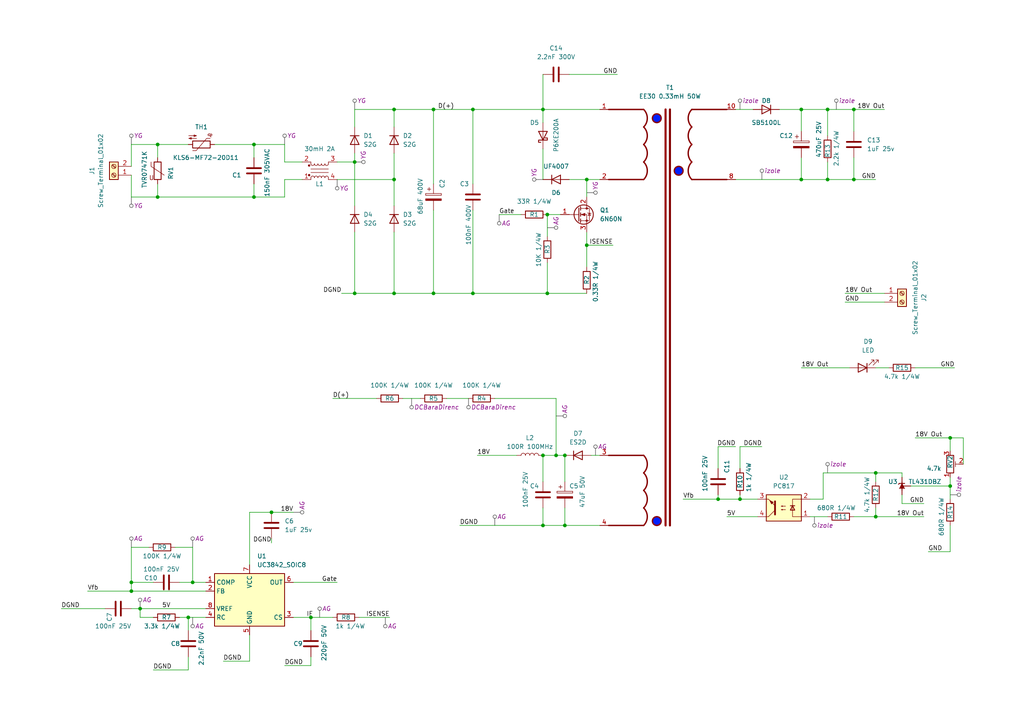
<source format=kicad_sch>
(kicad_sch (version 20230121) (generator eeschema)
  (paper "A4")
  (lib_symbols
    (symbol "Connector:Screw_Terminal_01x02" (pin_names (offset 1.016) hide)
      (property "Reference" "J" (at 0 2.54 0))
      (property "Value" "Screw_Terminal_01x02" (at 0 -5.08 0))
      (symbol "Screw_Terminal_01x02_1_1"
        (rectangle (start -1.27 1.27) (end 1.27 -3.81) (stroke (width 0.254)) (fill (type background)))
        (circle (center 0 -2.54) (radius 0.635) (stroke (width 0.1524)))
        (polyline (pts (xy -0.5334 -2.2098) (xy 0.3302 -3.048)) (stroke (width 0.1524)))
        (polyline (pts (xy -0.5334 0.3302) (xy 0.3302 -0.508)) (stroke (width 0.1524)))
        (polyline (pts (xy -0.3556 -2.032) (xy 0.508 -2.8702)) (stroke (width 0.1524)))
        (polyline (pts (xy -0.3556 0.508) (xy 0.508 -0.3302)) (stroke (width 0.1524)))
        (circle (center 0 0) (radius 0.635) (stroke (width 0.1524)))
        (pin passive line (at -5.08 0 0) (length 3.81) (name "Pin_1") (number "1"))
        (pin passive line (at -5.08 -2.54 0) (length 3.81) (name "Pin_2") (number "2"))
      )
    )
    (symbol "Device:C" (pin_numbers hide) (pin_names (offset 0.254))
      (property "Reference" "C" (at 0.635 2.54 0))
      (property "Value" "C" (at 0.635 -2.54 0))
      (symbol "C_0_1"
        (polyline (pts (xy -2.032 -0.762) (xy 2.032 -0.762)) (stroke (width 0.508)))
        (polyline (pts (xy -2.032 0.762) (xy 2.032 0.762)) (stroke (width 0.508)))
      )
      (symbol "C_1_1"
        (pin passive line (at 0 3.81 270) (length 2.794) (name "~") (number "1"))
        (pin passive line (at 0 -3.81 90) (length 2.794) (name "~") (number "2"))
      )
    )
    (symbol "Device:C_Polarized" (pin_numbers hide) (pin_names (offset 0.254))
      (property "Reference" "C" (at 0.635 2.54 0))
      (property "Value" "C_Polarized" (at 0.635 -2.54 0))
      (symbol "C_Polarized_0_1"
        (rectangle (start -2.286 0.508) (end 2.286 1.016))
        (polyline (pts (xy -1.778 2.286) (xy -0.762 2.286)))
        (polyline (pts (xy -1.27 2.794) (xy -1.27 1.778)))
        (rectangle (start 2.286 -0.508) (end -2.286 -1.016) (fill (type outline)))
      )
      (symbol "C_Polarized_1_1"
        (pin passive line (at 0 3.81 270) (length 2.794) (name "~") (number "1"))
        (pin passive line (at 0 -3.81 90) (length 2.794) (name "~") (number "2"))
      )
    )
    (symbol "Device:D" (pin_numbers hide) (pin_names (offset 1.016) hide)
      (property "Reference" "D" (at 0 2.54 0))
      (property "Value" "D" (at 0 -2.54 0))
      (symbol "D_0_1"
        (polyline (pts (xy -1.27 1.27) (xy -1.27 -1.27)) (stroke (width 0.254)))
        (polyline (pts (xy 1.27 0) (xy -1.27 0)))
        (polyline (pts (xy 1.27 1.27) (xy 1.27 -1.27) (xy -1.27 0) (xy 1.27 1.27)) (stroke (width 0.254)))
      )
      (symbol "D_1_1"
        (pin passive line (at -3.81 0 0) (length 2.54) (name "K") (number "1"))
        (pin passive line (at 3.81 0 180) (length 2.54) (name "A") (number "2"))
      )
    )
    (symbol "Device:D_Schottky" (pin_numbers hide) (pin_names (offset 1.016) hide)
      (property "Reference" "D" (at 0 2.54 0))
      (property "Value" "D_Schottky" (at 0 -2.54 0))
      (symbol "D_Schottky_0_1"
        (polyline (pts (xy 1.27 0) (xy -1.27 0)))
        (polyline (pts (xy 1.27 1.27) (xy 1.27 -1.27) (xy -1.27 0) (xy 1.27 1.27)) (stroke (width 0.254)))
        (polyline (pts (xy -1.905 0.635) (xy -1.905 1.27) (xy -1.27 1.27) (xy -1.27 -1.27) (xy -0.635 -1.27) (xy -0.635 -0.635)) (stroke (width 0.254)))
      )
      (symbol "D_Schottky_1_1"
        (pin passive line (at -3.81 0 0) (length 2.54) (name "K") (number "1"))
        (pin passive line (at 3.81 0 180) (length 2.54) (name "A") (number "2"))
      )
    )
    (symbol "Device:L" (pin_numbers hide) (pin_names (offset 1.016) hide)
      (property "Reference" "L" (at -1.27 0 90))
      (property "Value" "L" (at 1.905 0 90))
      (symbol "L_0_1"
        (arc (start 0 -2.54) (mid 0.6323 -1.905) (end 0 -1.27))
        (arc (start 0 -1.27) (mid 0.6323 -0.635) (end 0 0))
        (arc (start 0 0) (mid 0.6323 0.635) (end 0 1.27))
        (arc (start 0 1.27) (mid 0.6323 1.905) (end 0 2.54))
      )
      (symbol "L_1_1"
        (pin passive line (at 0 3.81 270) (length 1.27) (name "1") (number "1"))
        (pin passive line (at 0 -3.81 90) (length 1.27) (name "2") (number "2"))
      )
    )
    (symbol "Device:LED" (pin_numbers hide) (pin_names (offset 1.016) hide)
      (property "Reference" "D" (at 0 2.54 0))
      (property "Value" "LED" (at 0 -2.54 0))
      (symbol "LED_0_1"
        (polyline (pts (xy -1.27 -1.27) (xy -1.27 1.27)) (stroke (width 0.254)))
        (polyline (pts (xy -1.27 0) (xy 1.27 0)))
        (polyline (pts (xy 1.27 -1.27) (xy 1.27 1.27) (xy -1.27 0) (xy 1.27 -1.27)) (stroke (width 0.254)))
        (polyline (pts (xy -3.048 -0.762) (xy -4.572 -2.286) (xy -3.81 -2.286) (xy -4.572 -2.286) (xy -4.572 -1.524)))
        (polyline (pts (xy -1.778 -0.762) (xy -3.302 -2.286) (xy -2.54 -2.286) (xy -3.302 -2.286) (xy -3.302 -1.524)))
      )
      (symbol "LED_1_1"
        (pin passive line (at -3.81 0 0) (length 2.54) (name "K") (number "1"))
        (pin passive line (at 3.81 0 180) (length 2.54) (name "A") (number "2"))
      )
    )
    (symbol "Device:L_Iron_Coupled" (pin_names (offset 0.254) hide)
      (property "Reference" "L1" (at 0 -3.81 0))
      (property "Value" "28mH 2A" (at 0 6.35 0))
      (symbol "L_Iron_Coupled_0_1"
        (circle (center -3.048 -1.27) (radius 0.254) (fill (type outline)))
        (circle (center -3.048 1.524) (radius 0.254) (fill (type outline)))
        (arc (start -2.54 2.032) (mid -2.032 1.5262) (end -1.524 2.032))
        (arc (start -1.524 -2.032) (mid -2.032 -1.5262) (end -2.54 -2.032))
        (arc (start -1.524 2.032) (mid -1.016 1.5262) (end -0.508 2.032))
        (arc (start -0.508 -2.032) (mid -1.016 -1.5262) (end -1.524 -2.032))
        (arc (start -0.508 2.032) (mid 0 1.5262) (end 0.508 2.032))
        (polyline (pts (xy -2.54 -2.032) (xy -2.54 -2.54)))
        (polyline (pts (xy -2.54 0.508) (xy 2.54 0.508)))
        (polyline (pts (xy -2.54 2.032) (xy -2.54 2.54)))
        (polyline (pts (xy 2.54 -2.032) (xy 2.54 -2.54)))
        (polyline (pts (xy 2.54 -0.508) (xy -2.54 -0.508)))
        (polyline (pts (xy 2.54 2.54) (xy 2.54 2.032)))
        (arc (start 0.508 -2.032) (mid 0 -1.5262) (end -0.508 -2.032))
        (arc (start 0.508 2.032) (mid 1.016 1.5262) (end 1.524 2.032))
        (arc (start 1.524 -2.032) (mid 1.016 -1.5262) (end 0.508 -2.032))
        (arc (start 1.524 2.032) (mid 2.032 1.5262) (end 2.54 2.032))
        (arc (start 2.54 -2.032) (mid 2.032 -1.5262) (end 1.524 -2.032))
      )
      (symbol "L_Iron_Coupled_1_1"
        (pin passive line (at -5.08 -2.54 0) (length 2.54) (name "1") (number "1"))
        (pin passive line (at -5.08 2.54 0) (length 2.54) (name "2") (number "2"))
        (pin passive line (at 5.08 2.54 180) (length 2.54) (name "3") (number "3"))
        (pin passive line (at 5.08 -2.54 180) (length 2.54) (name "4") (number "4"))
      )
    )
    (symbol "Device:R" (pin_numbers hide) (pin_names (offset 0))
      (property "Reference" "R" (at 2.032 0 90))
      (property "Value" "R" (at 0 0 90))
      (symbol "R_0_1"
        (rectangle (start -1.016 -2.54) (end 1.016 2.54) (stroke (width 0.254)))
      )
      (symbol "R_1_1"
        (pin passive line (at 0 3.81 270) (length 1.27) (name "~") (number "1"))
        (pin passive line (at 0 -3.81 90) (length 1.27) (name "~") (number "2"))
      )
    )
    (symbol "Device:R_Potentiometer_Trim" (pin_names (offset 1.016) hide)
      (property "Reference" "RV" (at -4.445 0 90))
      (property "Value" "R_Potentiometer_Trim" (at -2.54 0 90))
      (symbol "R_Potentiometer_Trim_0_1"
        (polyline (pts (xy 1.524 0.762) (xy 1.524 -0.762)))
        (polyline (pts (xy 2.54 0) (xy 1.524 0)))
        (rectangle (start 1.016 2.54) (end -1.016 -2.54) (stroke (width 0.254)))
      )
      (symbol "R_Potentiometer_Trim_1_1"
        (pin passive line (at 0 3.81 270) (length 1.27) (name "1") (number "1"))
        (pin passive line (at 3.81 0 180) (length 1.27) (name "2") (number "2"))
        (pin passive line (at 0 -3.81 90) (length 1.27) (name "3") (number "3"))
      )
    )
    (symbol "Device:Thermistor_NTC" (pin_numbers hide) (pin_names (offset 0))
      (property "Reference" "TH" (at -4.445 0 90))
      (property "Value" "Thermistor_NTC" (at 3.175 0 90))
      (symbol "Thermistor_NTC_0_1"
        (arc (start -3.048 2.159) (mid -3.0495 2.3143) (end -3.175 2.413))
        (arc (start -3.048 2.159) (mid -2.9736 1.9794) (end -2.794 1.905))
        (arc (start -3.048 2.794) (mid -2.9736 2.6144) (end -2.794 2.54))
        (arc (start -2.794 1.905) (mid -2.6144 1.9794) (end -2.54 2.159))
        (arc (start -2.794 2.54) (mid -2.4393 2.5587) (end -2.159 2.794))
        (arc (start -2.794 3.048) (mid -2.9736 2.9736) (end -3.048 2.794))
        (arc (start -2.54 2.794) (mid -2.6144 2.9736) (end -2.794 3.048))
        (rectangle (start -1.016 2.54) (end 1.016 -2.54) (stroke (width 0.254)))
        (polyline (pts (xy -2.54 2.159) (xy -2.54 2.794)))
        (polyline (pts (xy -1.778 2.54) (xy -1.778 1.524) (xy 1.778 -1.524) (xy 1.778 -2.54)))
        (polyline (pts (xy -2.54 -3.683) (xy -2.54 -1.397) (xy -2.794 -2.159) (xy -2.286 -2.159) (xy -2.54 -1.397) (xy -2.54 -1.651)) (fill (type outline)))
        (polyline (pts (xy -1.778 -1.397) (xy -1.778 -3.683) (xy -2.032 -2.921) (xy -1.524 -2.921) (xy -1.778 -3.683) (xy -1.778 -3.429)) (fill (type outline)))
      )
      (symbol "Thermistor_NTC_1_1"
        (pin passive line (at 0 3.81 270) (length 1.27) (name "~") (number "1"))
        (pin passive line (at 0 -3.81 90) (length 1.27) (name "~") (number "2"))
      )
    )
    (symbol "Device:Varistor" (pin_numbers hide) (pin_names (offset 0))
      (property "Reference" "RV" (at 3.175 0 90))
      (property "Value" "Varistor" (at -3.175 0 90))
      (symbol "Varistor_0_0"
        (text "U" (at -1.778 -2.032 0) (effects (font (size 1.27 1.27))))
      )
      (symbol "Varistor_0_1"
        (rectangle (start -1.016 -2.54) (end 1.016 2.54) (stroke (width 0.254)))
        (polyline (pts (xy -1.905 2.54) (xy -1.905 1.27) (xy 1.905 -1.27)))
      )
      (symbol "Varistor_1_1"
        (pin passive line (at 0 3.81 270) (length 1.27) (name "~") (number "1"))
        (pin passive line (at 0 -3.81 90) (length 1.27) (name "~") (number "2"))
      )
    )
    (symbol "Diode:US2MA" (pin_numbers hide) (pin_names hide)
      (property "Reference" "D" (at 0 2.54 0))
      (property "Value" "US2MA" (at 0 -2.54 0))
      (symbol "US2MA_0_1"
        (polyline (pts (xy -1.27 1.27) (xy -1.27 -1.27)) (stroke (width 0.254)))
        (polyline (pts (xy 1.27 0) (xy -1.27 0)))
        (polyline (pts (xy 1.27 1.27) (xy 1.27 -1.27) (xy -1.27 0) (xy 1.27 1.27)) (stroke (width 0.254)))
      )
      (symbol "US2MA_1_1"
        (pin passive line (at -3.81 0 0) (length 2.54) (name "K") (number "1"))
        (pin passive line (at 3.81 0 180) (length 2.54) (name "A") (number "2"))
      )
    )
    (symbol "Isolator:PC817" (pin_names (offset 1.016))
      (property "Reference" "U" (at -5.08 5.08 0))
      (property "Value" "PC817" (at 0 5.08 0))
      (symbol "PC817_0_1"
        (rectangle (start -5.08 3.81) (end 5.08 -3.81) (stroke (width 0.254)) (fill (type background)))
        (polyline (pts (xy -3.175 -0.635) (xy -1.905 -0.635)) (stroke (width 0.254)))
        (polyline (pts (xy 2.54 0.635) (xy 4.445 2.54)))
        (polyline (pts (xy 4.445 -2.54) (xy 2.54 -0.635)) (fill (type outline)))
        (polyline (pts (xy 4.445 -2.54) (xy 5.08 -2.54)))
        (polyline (pts (xy 4.445 2.54) (xy 5.08 2.54)))
        (polyline (pts (xy -5.08 2.54) (xy -2.54 2.54) (xy -2.54 -0.635)))
        (polyline (pts (xy -2.54 -0.635) (xy -2.54 -2.54) (xy -5.08 -2.54)))
        (polyline (pts (xy 2.54 1.905) (xy 2.54 -1.905) (xy 2.54 -1.905)) (stroke (width 0.508)))
        (polyline (pts (xy -2.54 -0.635) (xy -3.175 0.635) (xy -1.905 0.635) (xy -2.54 -0.635)) (stroke (width 0.254)))
        (polyline (pts (xy -0.508 -0.508) (xy 0.762 -0.508) (xy 0.381 -0.635) (xy 0.381 -0.381) (xy 0.762 -0.508)))
        (polyline (pts (xy -0.508 0.508) (xy 0.762 0.508) (xy 0.381 0.381) (xy 0.381 0.635) (xy 0.762 0.508)))
        (polyline (pts (xy 3.048 -1.651) (xy 3.556 -1.143) (xy 4.064 -2.159) (xy 3.048 -1.651) (xy 3.048 -1.651)) (fill (type outline)))
      )
      (symbol "PC817_1_1"
        (pin passive line (at -7.62 2.54 0) (length 2.54) (name "~") (number "1"))
        (pin passive line (at -7.62 -2.54 0) (length 2.54) (name "~") (number "2"))
        (pin passive line (at 7.62 -2.54 180) (length 2.54) (name "~") (number "3"))
        (pin passive line (at 7.62 2.54 180) (length 2.54) (name "~") (number "4"))
      )
    )
    (symbol "Reference_Voltage:TL431DBZ" (pin_numbers hide) (pin_names hide)
      (property "Reference" "U" (at -2.54 2.54 0))
      (property "Value" "TL431DBZ" (at 0 -2.54 0))
      (symbol "TL431DBZ_0_1"
        (polyline (pts (xy -1.27 0) (xy 0 0) (xy 1.27 0)))
        (polyline (pts (xy -0.762 0.762) (xy 0.762 0) (xy -0.762 -0.762)) (fill (type outline)))
        (polyline (pts (xy 0.508 -1.016) (xy 0.762 -0.762) (xy 0.762 0.762) (xy 0.762 0.762)) (stroke (width 0.254)))
      )
      (symbol "TL431DBZ_1_1"
        (pin passive line (at 2.54 0 180) (length 2.54) (name "K") (number "1"))
        (pin passive line (at 0 2.54 270) (length 2.54) (name "REF") (number "2"))
        (pin passive line (at -2.54 0 0) (length 2.54) (name "A") (number "3"))
      )
    )
    (symbol "Regulator_Controller:UC3842_SOIC8"
      (property "Reference" "U" (at 3.81 11.43 0))
      (property "Value" "UC3842_SOIC8" (at 3.81 8.89 0))
      (symbol "UC3842_SOIC8_0_1"
        (rectangle (start -10.16 -7.62) (end 10.16 7.62) (stroke (width 0.254)) (fill (type background)))
      )
      (symbol "UC3842_SOIC8_1_1"
        (pin passive line (at -12.7 5.08 0) (length 2.54) (name "COMP") (number "1"))
        (pin input line (at -12.7 2.54 0) (length 2.54) (name "FB") (number "2"))
        (pin input line (at 12.7 -5.08 180) (length 2.54) (name "CS") (number "3"))
        (pin passive line (at -12.7 -5.08 0) (length 2.54) (name "RC") (number "4"))
        (pin power_in line (at 0 -10.16 90) (length 2.54) (name "GND") (number "5"))
        (pin output line (at 12.7 5.08 180) (length 2.54) (name "OUT") (number "6"))
        (pin power_in line (at 0 10.16 270) (length 2.54) (name "VCC") (number "7"))
        (pin power_out line (at -12.7 -2.54 0) (length 2.54) (name "VREF") (number "8"))
      )
    )
    (symbol "Transformer_EE:EE30"
      (property "Reference" "T" (at -25.4 -7.62 0))
      (symbol "EE30_1_1"
        (arc (start -6.35 -105.41) (mid -5.2979 -102.87) (end -6.35 -100.33) (stroke (width 0.4)))
        (arc (start -6.35 -100.33) (mid -5.2979 -97.79) (end -6.35 -95.25) (stroke (width 0.4)))
        (arc (start -6.35 -95.25) (mid -5.2979 -92.71) (end -6.35 -90.17) (stroke (width 0.4)))
        (arc (start -6.35 -90.17) (mid -5.2979 -87.63) (end -6.35 -85.09) (stroke (width 0.4)))
        (arc (start -6.35 -5.08) (mid -5.2979 -2.54) (end -6.35 0) (stroke (width 0.4)))
        (arc (start -6.35 0) (mid -5.2979 2.54) (end -6.35 5.08) (stroke (width 0.4)))
        (arc (start -6.35 5.08) (mid -5.2979 7.62) (end -6.35 10.16) (stroke (width 0.4)))
        (arc (start -6.35 10.16) (mid -5.2979 12.7) (end -6.35 15.24) (stroke (width 0.4)))
        (circle (center -2.54 -104.14) (radius 1.27) (stroke (width 0.4)) (fill (type color) (color 0 32 255 1)))
        (circle (center -2.54 12.7) (radius 1.27) (stroke (width 0.4)) (fill (type color) (color 0 32 255 1)))
        (polyline (pts (xy -16.51 -105.41) (xy -6.35 -105.41)) (stroke (width 0.4)))
        (polyline (pts (xy -16.51 -85.09) (xy -6.35 -85.09)) (stroke (width 0.4)))
        (polyline (pts (xy -16.51 -5.08) (xy -6.35 -5.08)) (stroke (width 0.4)))
        (polyline (pts (xy -16.51 15.24) (xy -6.35 15.24)) (stroke (width 0.4)))
        (polyline (pts (xy 0 15.24) (xy 0 -105.41)) (stroke (width 0.6)))
        (polyline (pts (xy 1.27 15.24) (xy 1.27 -105.41)) (stroke (width 0.6)))
        (polyline (pts (xy 17.78 -5.08) (xy 7.62 -5.08)) (stroke (width 0.4)))
        (polyline (pts (xy 17.78 15.24) (xy 7.62 15.24)) (stroke (width 0.4)))
        (circle (center 3.81 -2.54) (radius 1.27) (stroke (width 0.4)) (fill (type color) (color 0 32 255 1)))
        (arc (start 7.62 0) (mid 6.5679 -2.54) (end 7.62 -5.08) (stroke (width 0.4)))
        (arc (start 7.62 5.08) (mid 6.5679 2.54) (end 7.62 0) (stroke (width 0.4)))
        (arc (start 7.62 10.16) (mid 6.5679 7.62) (end 7.62 5.08) (stroke (width 0.4)))
        (arc (start 7.62 15.24) (mid 6.5679 12.7) (end 7.62 10.16) (stroke (width 0.4)))
        (pin passive line (at -19.05 15.24 0) (length 2.54) (name "") (number "1"))
        (pin passive line (at 20.32 15.24 180) (length 2.54) (name "") (number "10"))
        (pin passive line (at -19.05 -5.08 0) (length 2.54) (name "") (number "2"))
        (pin passive line (at -19.05 -85.09 0) (length 2.54) (name "") (number "3"))
        (pin passive line (at -19.05 -105.41 0) (length 2.54) (name "") (number "4"))
        (pin passive line (at 20.32 -5.08 180) (length 2.54) (name "") (number "8"))
      )
    )
    (symbol "Transistor_FET:IRLIZ44N" (pin_names hide)
      (property "Reference" "Q" (at 5.08 1.905 0))
      (property "Value" "IRLIZ44N" (at 5.08 0 0))
      (symbol "IRLIZ44N_0_1"
        (polyline (pts (xy 0.254 0) (xy -2.54 0)))
        (polyline (pts (xy 0.254 1.905) (xy 0.254 -1.905)) (stroke (width 0.254)))
        (polyline (pts (xy 0.762 -1.27) (xy 0.762 -2.286)) (stroke (width 0.254)))
        (polyline (pts (xy 0.762 0.508) (xy 0.762 -0.508)) (stroke (width 0.254)))
        (polyline (pts (xy 0.762 2.286) (xy 0.762 1.27)) (stroke (width 0.254)))
        (polyline (pts (xy 2.54 2.54) (xy 2.54 1.778)))
        (polyline (pts (xy 2.54 -2.54) (xy 2.54 0) (xy 0.762 0)))
        (polyline (pts (xy 0.762 -1.778) (xy 3.302 -1.778) (xy 3.302 1.778) (xy 0.762 1.778)))
        (polyline (pts (xy 1.016 0) (xy 2.032 0.381) (xy 2.032 -0.381) (xy 1.016 0)) (fill (type outline)))
        (polyline (pts (xy 2.794 0.508) (xy 2.921 0.381) (xy 3.683 0.381) (xy 3.81 0.254)))
        (polyline (pts (xy 3.302 0.381) (xy 2.921 -0.254) (xy 3.683 -0.254) (xy 3.302 0.381)))
        (circle (center 1.651 0) (radius 2.794) (stroke (width 0.254)))
        (circle (center 2.54 -1.778) (radius 0.254) (fill (type outline)))
        (circle (center 2.54 1.778) (radius 0.254) (fill (type outline)))
      )
      (symbol "IRLIZ44N_1_1"
        (pin input line (at -5.08 0 0) (length 2.54) (name "G") (number "1"))
        (pin passive line (at 2.54 5.08 270) (length 2.54) (name "D") (number "2"))
        (pin passive line (at 2.54 -5.08 90) (length 2.54) (name "S") (number "3"))
      )
    )
  )
  (junction (at 240.03 31.75))
  (junction (at 254 149.86))
  (junction (at 102.87 46.99))
  (junction (at 254 137.16))
  (junction (at 157.48 31.75))
  (junction (at 102.87 85.09))
  (junction (at 158.75 62.23))
  (junction (at 275.59 140.97))
  (junction (at 170.18 71.12))
  (junction (at 158.75 85.09))
  (junction (at 114.3 52.07))
  (junction (at 40.64 176.53))
  (junction (at 54.61 179.07))
  (junction (at 170.18 52.07))
  (junction (at 161.29 132.08))
  (junction (at 232.41 52.07))
  (junction (at 114.3 31.75))
  (junction (at 125.73 31.75))
  (junction (at 125.73 85.09))
  (junction (at 78.74 148.59))
  (junction (at 45.72 57.15))
  (junction (at 157.48 132.08))
  (junction (at 163.83 132.08))
  (junction (at 38.1 168.91))
  (junction (at 240.03 52.07))
  (junction (at 38.1 171.45))
  (junction (at 73.66 41.91))
  (junction (at 90.17 179.07))
  (junction (at 137.16 31.75))
  (junction (at 214.63 144.78))
  (junction (at 232.41 31.75))
  (junction (at 114.3 85.09))
  (junction (at 45.72 41.91))
  (junction (at 247.65 31.75))
  (junction (at 208.28 144.78))
  (junction (at 275.59 127))
  (junction (at 163.83 152.4))
  (junction (at 137.16 85.09))
  (junction (at 247.65 52.07))
  (junction (at 157.48 152.4))
  (junction (at 73.66 57.15))
  (junction (at 55.88 168.91))
  (wire (pts (xy 102.87 67.31) (xy 102.87 85.09)))
  (wire (pts (xy 114.3 44.45) (xy 114.3 52.07)))
  (wire (pts (xy 73.66 41.91) (xy 73.66 45.72)))
  (wire (pts (xy 125.73 85.09) (xy 114.3 85.09)))
  (wire (pts (xy 133.35 152.4) (xy 157.48 152.4)))
  (wire (pts (xy 240.03 31.75) (xy 240.03 39.37)))
  (wire (pts (xy 64.77 191.77) (xy 72.39 191.77)))
  (wire (pts (xy 72.39 148.59) (xy 78.74 148.59)))
  (wire (pts (xy 97.79 46.99) (xy 102.87 46.99)))
  (wire (pts (xy 234.95 149.86) (xy 240.03 149.86)))
  (wire (pts (xy 264.16 140.97) (xy 275.59 140.97)))
  (wire (pts (xy 38.1 48.26) (xy 38.1 41.91)))
  (wire (pts (xy 261.62 146.05) (xy 267.97 146.05)))
  (wire (pts (xy 114.3 31.75) (xy 114.3 36.83)))
  (wire (pts (xy 54.61 179.07) (xy 59.69 179.07)))
  (wire (pts (xy 161.29 115.57) (xy 161.29 132.08)))
  (wire (pts (xy 254 147.32) (xy 254 149.86)))
  (wire (pts (xy 102.87 46.99) (xy 102.87 59.69)))
  (wire (pts (xy 73.66 41.91) (xy 82.55 41.91)))
  (wire (pts (xy 158.75 62.23) (xy 158.75 68.58)))
  (wire (pts (xy 43.18 158.75) (xy 38.1 158.75)))
  (wire (pts (xy 157.48 31.75) (xy 157.48 35.56)))
  (wire (pts (xy 99.06 85.09) (xy 102.87 85.09)))
  (wire (pts (xy 72.39 184.15) (xy 72.39 191.77)))
  (wire (pts (xy 78.74 148.59) (xy 85.09 148.59)))
  (wire (pts (xy 254 106.68) (xy 257.81 106.68)))
  (wire (pts (xy 238.76 137.16) (xy 238.76 144.78)))
  (wire (pts (xy 254 149.86) (xy 267.97 149.86)))
  (wire (pts (xy 157.48 152.4) (xy 163.83 152.4)))
  (wire (pts (xy 247.65 52.07) (xy 254 52.07)))
  (wire (pts (xy 97.79 52.07) (xy 114.3 52.07)))
  (wire (pts (xy 261.62 138.43) (xy 261.62 137.16)))
  (wire (pts (xy 125.73 53.34) (xy 125.73 31.75)))
  (wire (pts (xy 44.45 194.31) (xy 54.61 194.31)))
  (wire (pts (xy 171.45 132.08) (xy 173.99 132.08)))
  (wire (pts (xy 261.62 137.16) (xy 254 137.16)))
  (wire (pts (xy 137.16 60.96) (xy 137.16 85.09)))
  (wire (pts (xy 170.18 52.07) (xy 173.99 52.07)))
  (wire (pts (xy 214.63 135.89) (xy 214.63 129.54)))
  (wire (pts (xy 54.61 179.07) (xy 54.61 182.88)))
  (wire (pts (xy 210.82 149.86) (xy 219.71 149.86)))
  (wire (pts (xy 163.83 147.32) (xy 163.83 152.4)))
  (wire (pts (xy 247.65 45.72) (xy 247.65 52.07)))
  (wire (pts (xy 45.72 53.34) (xy 45.72 57.15)))
  (wire (pts (xy 54.61 190.5) (xy 54.61 194.31)))
  (wire (pts (xy 102.87 31.75) (xy 114.3 31.75)))
  (wire (pts (xy 157.48 132.08) (xy 161.29 132.08)))
  (wire (pts (xy 137.16 31.75) (xy 157.48 31.75)))
  (wire (pts (xy 170.18 71.12) (xy 177.8 71.12)))
  (wire (pts (xy 50.8 158.75) (xy 55.88 158.75)))
  (wire (pts (xy 254 137.16) (xy 238.76 137.16)))
  (wire (pts (xy 82.55 57.15) (xy 82.55 52.07)))
  (wire (pts (xy 163.83 132.08) (xy 163.83 139.7)))
  (wire (pts (xy 157.48 21.59) (xy 157.48 31.75)))
  (wire (pts (xy 104.14 179.07) (xy 113.03 179.07)))
  (wire (pts (xy 275.59 138.43) (xy 275.59 140.97)))
  (wire (pts (xy 269.24 160.02) (xy 275.59 160.02)))
  (wire (pts (xy 96.52 115.57) (xy 109.22 115.57)))
  (wire (pts (xy 73.66 57.15) (xy 82.55 57.15)))
  (wire (pts (xy 38.1 41.91) (xy 45.72 41.91)))
  (wire (pts (xy 114.3 52.07) (xy 114.3 59.69)))
  (wire (pts (xy 240.03 52.07) (xy 247.65 52.07)))
  (wire (pts (xy 240.03 46.99) (xy 240.03 52.07)))
  (wire (pts (xy 232.41 31.75) (xy 240.03 31.75)))
  (wire (pts (xy 38.1 168.91) (xy 44.45 168.91)))
  (wire (pts (xy 62.23 41.91) (xy 73.66 41.91)))
  (wire (pts (xy 44.45 179.07) (xy 40.64 179.07)))
  (wire (pts (xy 17.78 176.53) (xy 30.48 176.53)))
  (wire (pts (xy 213.36 31.75) (xy 218.44 31.75)))
  (wire (pts (xy 137.16 31.75) (xy 137.16 53.34)))
  (wire (pts (xy 82.55 52.07) (xy 87.63 52.07)))
  (wire (pts (xy 73.66 53.34) (xy 73.66 57.15)))
  (wire (pts (xy 232.41 52.07) (xy 240.03 52.07)))
  (wire (pts (xy 102.87 44.45) (xy 102.87 46.99)))
  (wire (pts (xy 144.78 62.23) (xy 151.13 62.23)))
  (wire (pts (xy 90.17 190.5) (xy 90.17 193.04)))
  (wire (pts (xy 82.55 46.99) (xy 87.63 46.99)))
  (wire (pts (xy 275.59 140.97) (xy 275.59 144.78)))
  (wire (pts (xy 213.36 52.07) (xy 232.41 52.07)))
  (wire (pts (xy 143.51 115.57) (xy 161.29 115.57)))
  (wire (pts (xy 52.07 179.07) (xy 54.61 179.07)))
  (wire (pts (xy 82.55 41.91) (xy 82.55 46.99)))
  (wire (pts (xy 85.09 179.07) (xy 90.17 179.07)))
  (wire (pts (xy 157.48 31.75) (xy 173.99 31.75)))
  (wire (pts (xy 38.1 50.8) (xy 38.1 57.15)))
  (wire (pts (xy 214.63 143.51) (xy 214.63 144.78)))
  (wire (pts (xy 245.11 87.63) (xy 256.54 87.63)))
  (wire (pts (xy 55.88 158.75) (xy 55.88 168.91)))
  (wire (pts (xy 232.41 106.68) (xy 246.38 106.68)))
  (wire (pts (xy 114.3 67.31) (xy 114.3 85.09)))
  (wire (pts (xy 170.18 71.12) (xy 170.18 77.47)))
  (wire (pts (xy 247.65 149.86) (xy 254 149.86)))
  (wire (pts (xy 157.48 132.08) (xy 157.48 139.7)))
  (wire (pts (xy 52.07 168.91) (xy 55.88 168.91)))
  (wire (pts (xy 55.88 168.91) (xy 59.69 168.91)))
  (wire (pts (xy 208.28 135.89) (xy 208.28 129.54)))
  (wire (pts (xy 261.62 143.51) (xy 261.62 146.05)))
  (wire (pts (xy 157.48 43.18) (xy 157.48 52.07)))
  (wire (pts (xy 238.76 144.78) (xy 234.95 144.78)))
  (wire (pts (xy 102.87 36.83) (xy 102.87 31.75)))
  (wire (pts (xy 138.43 132.08) (xy 149.86 132.08)))
  (wire (pts (xy 38.1 158.75) (xy 38.1 168.91)))
  (wire (pts (xy 157.48 147.32) (xy 157.48 152.4)))
  (wire (pts (xy 125.73 31.75) (xy 114.3 31.75)))
  (wire (pts (xy 254 137.16) (xy 254 139.7)))
  (wire (pts (xy 85.09 168.91) (xy 97.79 168.91)))
  (wire (pts (xy 90.17 179.07) (xy 90.17 182.88)))
  (wire (pts (xy 247.65 31.75) (xy 256.54 31.75)))
  (wire (pts (xy 163.83 152.4) (xy 173.99 152.4)))
  (wire (pts (xy 240.03 31.75) (xy 247.65 31.75)))
  (wire (pts (xy 232.41 45.72) (xy 232.41 52.07)))
  (wire (pts (xy 82.55 193.04) (xy 90.17 193.04)))
  (wire (pts (xy 158.75 85.09) (xy 170.18 85.09)))
  (wire (pts (xy 40.64 176.53) (xy 59.69 176.53)))
  (wire (pts (xy 279.4 127) (xy 275.59 127)))
  (wire (pts (xy 38.1 176.53) (xy 40.64 176.53)))
  (wire (pts (xy 45.72 41.91) (xy 54.61 41.91)))
  (wire (pts (xy 158.75 62.23) (xy 162.56 62.23)))
  (wire (pts (xy 275.59 152.4) (xy 275.59 160.02)))
  (wire (pts (xy 170.18 52.07) (xy 170.18 57.15)))
  (wire (pts (xy 247.65 31.75) (xy 247.65 38.1)))
  (wire (pts (xy 275.59 130.81) (xy 275.59 127)))
  (wire (pts (xy 214.63 144.78) (xy 219.71 144.78)))
  (wire (pts (xy 25.4 171.45) (xy 38.1 171.45)))
  (wire (pts (xy 265.43 127) (xy 275.59 127)))
  (wire (pts (xy 102.87 85.09) (xy 114.3 85.09)))
  (wire (pts (xy 78.74 156.21) (xy 78.74 157.48)))
  (wire (pts (xy 232.41 31.75) (xy 232.41 38.1)))
  (wire (pts (xy 214.63 129.54) (xy 220.98 129.54)))
  (wire (pts (xy 208.28 129.54) (xy 213.36 129.54)))
  (wire (pts (xy 45.72 41.91) (xy 45.72 45.72)))
  (wire (pts (xy 226.06 31.75) (xy 232.41 31.75)))
  (wire (pts (xy 45.72 57.15) (xy 73.66 57.15)))
  (wire (pts (xy 245.11 85.09) (xy 256.54 85.09)))
  (wire (pts (xy 198.12 144.78) (xy 208.28 144.78)))
  (wire (pts (xy 208.28 144.78) (xy 214.63 144.78)))
  (wire (pts (xy 72.39 163.83) (xy 72.39 148.59)))
  (wire (pts (xy 38.1 171.45) (xy 59.69 171.45)))
  (wire (pts (xy 208.28 143.51) (xy 208.28 144.78)))
  (wire (pts (xy 116.84 115.57) (xy 121.92 115.57)))
  (wire (pts (xy 170.18 67.31) (xy 170.18 71.12)))
  (wire (pts (xy 38.1 168.91) (xy 38.1 171.45)))
  (wire (pts (xy 279.4 134.62) (xy 279.4 127)))
  (wire (pts (xy 165.1 52.07) (xy 170.18 52.07)))
  (wire (pts (xy 38.1 57.15) (xy 45.72 57.15)))
  (wire (pts (xy 265.43 106.68) (xy 276.86 106.68)))
  (wire (pts (xy 137.16 85.09) (xy 158.75 85.09)))
  (wire (pts (xy 90.17 179.07) (xy 96.52 179.07)))
  (wire (pts (xy 158.75 76.2) (xy 158.75 85.09)))
  (wire (pts (xy 125.73 60.96) (xy 125.73 85.09)))
  (wire (pts (xy 161.29 132.08) (xy 163.83 132.08)))
  (wire (pts (xy 125.73 31.75) (xy 137.16 31.75)))
  (wire (pts (xy 129.54 115.57) (xy 135.89 115.57)))
  (wire (pts (xy 165.1 21.59) (xy 179.07 21.59)))
  (wire (pts (xy 40.64 176.53) (xy 40.64 179.07)))
  (wire (pts (xy 137.16 85.09) (xy 125.73 85.09)))
  (label "18V Out" (at 232.41 106.68 0))
  (label "GND" (at 269.24 160.02 0))
  (label "DGND" (at 64.77 191.77 0))
  (label "GND" (at 254 52.07 180))
  (label "GND" (at 179.07 21.59 180))
  (label "GND" (at 267.97 146.05 180))
  (label "ISENSE" (at 177.8 71.12 180))
  (label "18V Out" (at 267.97 149.86 180))
  (label "DGND" (at 17.78 176.53 0))
  (label "DGND" (at 44.45 194.31 0))
  (label "DGND" (at 133.35 152.4 0))
  (label "IF" (at 88.9 179.07 0))
  (label "ISENSE" (at 113.03 179.07 180))
  (label "5V" (at 210.82 149.86 0))
  (label "DGND" (at 78.74 157.48 180))
  (label "D(+)" (at 127 31.75 0))
  (label "DGND" (at 99.06 85.09 180))
  (label "GND" (at 276.86 106.68 180))
  (label "DGND" (at 82.55 193.04 0))
  (label "Gate" (at 144.78 62.23 0))
  (label "18V Out" (at 245.11 85.09 0))
  (label "18V Out" (at 256.54 31.75 180))
  (label "18V" (at 85.09 148.59 180))
  (label "18V Out" (at 265.43 127 0))
  (label "Vfb" (at 198.12 144.78 0))
  (label "DGND" (at 220.98 129.54 180))
  (label "Gate" (at 97.79 168.91 180))
  (label "D(+)" (at 96.52 115.57 0))
  (label "GND" (at 245.11 87.63 0))
  (label "Vfb" (at 25.4 171.45 0))
  (label "DGND" (at 213.36 129.54 180))
  (label "5V" (at 46.99 176.53 0))
  (label "18V" (at 138.43 132.08 0))
  (netclass_flag "" (length 2.54) (shape round) (at 82.55 41.91 0) (property "Netclass" "YG" (at 83.2485 39.37 0) (effects (font italic) (justify left))))
  (netclass_flag "" (length 2.54) (shape round) (at 38.1 41.91 0) (property "Netclass" "YG" (at 38.7985 39.37 0) (effects (font italic) (justify left))))
  (netclass_flag "" (length 2.54) (shape round) (at 55.88 179.07 180) (property "Netclass" "AG" (at 56.5785 181.61 0) (effects (font italic) (justify left))))
  (netclass_flag "" (length 2.54) (shape round) (at 143.51 152.4 0) (property "Netclass" "AG" (at 144.2085 149.86 0) (effects (font italic) (justify left))))
  (netclass_flag "" (length 2.54) (shape round) (at 38.1 57.15 180) (property "Netclass" "YG" (at 38.7985 59.69 0) (effects (font italic) (justify left))))
  (netclass_flag "" (length 2.54) (shape round) (at 240.03 137.16 0) (property "Netclass" "izole" (at 240.7285 134.62 0) (effects (font italic) (justify left))))
  (netclass_flag "" (length 2.54) (shape round) (at 40.64 176.53 0) (property "Netclass" "AG" (at 41.3385 173.99 0) (effects (font italic) (justify left))))
  (netclass_flag "" (length 2.54) (shape round) (at 242.57 31.75 0) (property "Netclass" "izole" (at 243.2685 29.21 0) (effects (font italic) (justify left))))
  (netclass_flag "" (length 2.54) (shape round) (at 55.88 158.75 0) (property "Netclass" "AG" (at 56.5785 156.21 0) (effects (font italic) (justify left))))
  (netclass_flag "" (length 2.54) (shape round) (at 144.78 62.23 180) (property "Netclass" "AG" (at 145.4785 64.77 0) (effects (font italic) (justify left))))
  (netclass_flag "" (length 2.54) (shape round) (at 38.1 158.75 0) (property "Netclass" "AG" (at 38.7985 156.21 0) (effects (font italic) (justify left))))
  (netclass_flag "" (length 2.54) (shape round) (at 214.63 31.75 0) (property "Netclass" "izole" (at 215.3285 29.21 0) (effects (font italic) (justify left))))
  (netclass_flag "" (length 2.54) (shape round) (at 135.89 115.57 180) (property "Netclass" "DCBaraDirenc" (at 136.5885 118.11 0) (effects (font italic) (justify left))))
  (netclass_flag "" (length 2.54) (shape round) (at 92.71 179.07 0) (property "Netclass" "AG" (at 93.4085 176.53 0) (effects (font italic) (justify left))))
  (netclass_flag "" (length 2.54) (shape round) (at 236.22 149.86 180) (property "Netclass" "izole" (at 236.9185 152.4 0) (effects (font italic) (justify left))))
  (netclass_flag "" (length 2.54) (shape round) (at 161.29 120.65 270) (property "Netclass" "AG" (at 163.83 119.9515 90) (effects (font italic) (justify left))))
  (netclass_flag "" (length 2.54) (shape round) (at 157.48 52.07 90) (property "Netclass" "YG" (at 154.94 51.3715 90) (effects (font italic) (justify left))))
  (netclass_flag "" (length 2.54) (shape round) (at 158.75 66.04 270) (property "Netclass" "AG" (at 161.29 65.3415 90) (effects (font italic) (justify left))))
  (netclass_flag "" (length 2.54) (shape round) (at 172.72 132.08 0) (property "Netclass" "AG" (at 173.4185 129.54 0) (effects (font italic) (justify left))))
  (netclass_flag "" (length 2.54) (shape round) (at 85.09 148.59 270) (property "Netclass" "AG" (at 87.63 147.8915 90) (effects (font italic) (justify left))))
  (netclass_flag "" (length 2.54) (shape round) (at 170.18 55.88 270) (property "Netclass" "YG" (at 172.72 55.1815 90) (effects (font italic) (justify left))))
  (netclass_flag "" (length 2.54) (shape round) (at 275.59 143.51 270) (property "Netclass" "izole" (at 278.13 142.8115 90) (effects (font italic) (justify left))))
  (netclass_flag "" (length 2.54) (shape round) (at 220.98 52.07 0) (property "Netclass" "izole" (at 221.6785 49.53 0) (effects (font italic) (justify left))))
  (netclass_flag "" (length 2.54) (shape round) (at 97.79 52.07 180) (property "Netclass" "YG" (at 98.4885 54.61 0) (effects (font italic) (justify left))))
  (netclass_flag "" (length 2.54) (shape round) (at 119.38 115.57 180) (property "Netclass" "DCBaraDirenc" (at 120.0785 118.11 0) (effects (font italic) (justify left))))
  (netclass_flag "" (length 2.54) (shape round) (at 102.87 46.99 270) (property "Netclass" "YG" (at 105.41 46.2915 90) (effects (font italic) (justify left))))
  (netclass_flag "" (length 2.54) (shape round) (at 111.76 179.07 180) (property "Netclass" "AG" (at 112.4585 181.61 0) (effects (font italic) (justify left))))
  (netclass_flag "" (length 2.54) (shape round) (at 102.87 31.75 0) (property "Netclass" "YG" (at 103.5685 29.21 0) (effects (font italic) (justify left))))
  (symbol (lib_id "Device:R") (at 139.7 115.57 90) (unit 1)
    (property "Reference" "R4" (at 139.7 115.57 90))
    (property "Value" "100K 1/4W" (at 139.7 111.76 90))
    (property "Footprint" "Resistor_SMD:R_1206_3216Metric" (effects hide))
  )
  (symbol (lib_id "Device:R") (at 261.62 106.68 90) (unit 1)
    (property "Reference" "R15" (at 261.62 106.68 90))
    (property "Value" "4.7k 1/4W" (at 261.62 109.22 90))
    (property "Footprint" "Resistor_SMD:R_1206_3216Metric" (effects hide))
  )
  (symbol (lib_id "Device:C") (at 48.26 168.91 90) (unit 1)
    (property "Reference" "C10" (at 45.72 167.64 90) (effects (justify left)))
    (property "Value" "100nF 25V" (at 52.07 165.1 90) (effects (justify left)))
    (property "Footprint" "Capacitor_SMD:C_0805_2012Metric" (effects hide))
  )
  (symbol (lib_id "Device:D_Schottky") (at 157.48 39.37 90) (unit 1)
    (property "Reference" "D5" (at 153.67 35.56 90) (effects (justify right)))
    (property "Value" "P6KE200A" (at 161.29 34.29 0) (effects (justify right)))
    (property "Footprint" "Diode_THT:D_DO-15_P3.81mm_Vertical_AnodeUp" (effects hide))
  )
  (symbol (lib_id "Device:C") (at 208.28 139.7 180) (unit 1)
    (property "Reference" "C11" (at 210.82 133.35 90) (effects (justify left)))
    (property "Value" "100nF 25V" (at 204.47 132.08 90) (effects (justify left)))
    (property "Footprint" "Capacitor_SMD:C_0805_2012Metric" (effects hide))
  )
  (symbol (lib_id "Device:R") (at 100.33 179.07 90) (unit 1)
    (property "Reference" "R8" (at 100.33 179.07 90))
    (property "Value" "1k 1/4W" (at 101.6 181.61 90))
    (property "Footprint" "Resistor_SMD:R_1206_3216Metric" (effects hide))
  )
  (symbol (lib_id "Device:R") (at 158.75 72.39 0) (unit 1)
    (property "Reference" "R3" (at 158.75 73.66 90) (effects (justify left)))
    (property "Value" "10K 1/4W" (at 156.21 77.47 90) (effects (justify left)))
    (property "Footprint" "Resistor_SMD:R_1206_3216Metric" (effects hide))
  )
  (symbol (lib_id "Device:C") (at 90.17 186.69 0) (unit 1)
    (property "Reference" "C9" (at 85.09 186.69 0) (effects (justify left)))
    (property "Value" "220pF 50V" (at 93.98 191.77 90) (effects (justify left)))
    (property "Footprint" "Capacitor_SMD:C_0805_2012Metric" (effects hide))
  )
  (symbol (lib_id "Diode:US2MA") (at 102.87 40.64 270) (unit 1)
    (property "Reference" "D1" (at 105.41 39.37 90) (effects (justify left)))
    (property "Value" "S2G" (at 105.41 41.91 90) (effects (justify left)))
    (property "Footprint" "Diode_SMD:D_SMB" (effects hide))
    (property "Datasheet" "https://www.onsemi.com/pub/Collateral/US2AA-D.PDF" (effects hide))
    (property "Sim.Device" "D" (effects hide))
    (property "Sim.Pins" "1=K 2=A" (effects hide))
  )
  (symbol (lib_id "Device:C") (at 34.29 176.53 90) (unit 1)
    (property "Reference" "C7" (at 31.75 180.34 0) (effects (justify left)))
    (property "Value" "100nF 25V" (at 38.1 181.61 90) (effects (justify left)))
    (property "Footprint" "Capacitor_SMD:C_0805_2012Metric" (effects hide))
  )
  (symbol (lib_id "Diode:US2MA") (at 114.3 63.5 270) (unit 1)
    (property "Reference" "D3" (at 116.84 62.23 90) (effects (justify left)))
    (property "Value" "S2G" (at 116.84 64.77 90) (effects (justify left)))
    (property "Footprint" "Diode_SMD:D_SMB" (effects hide))
    (property "Datasheet" "https://www.onsemi.com/pub/Collateral/US2AA-D.PDF" (effects hide))
    (property "Sim.Device" "D" (effects hide))
    (property "Sim.Pins" "1=K 2=A" (effects hide))
  )
  (symbol (lib_id "Transformer_EE:EE30") (at 193.04 46.99 0) (unit 1)
    (property "Reference" "T1" (at 194.31 25.4 0))
    (property "Value" "EE30 0.33mH 50W" (at 194.31 27.94 0))
    (property "Footprint" "Transformer_EE:EE30-10pin" (effects hide))
  )
  (symbol (lib_id "Device:Varistor") (at 45.72 49.53 0) (unit 1)
    (property "Reference" "RV1" (at 49.53 52.07 90) (effects (justify left)))
    (property "Value" "TVR07471K" (at 41.91 54.61 90) (effects (justify left)))
    (property "Footprint" "Varistor:RV_Disc_D9mm_W6.1mm_P5mm" (effects hide))
    (property "Sim.Name" "kicad_builtin_varistor" (effects hide))
    (property "Sim.Device" "SUBCKT" (effects hide))
    (property "Sim.Pins" "1=A 2=B" (effects hide))
    (property "Sim.Params" "threshold=1k" (effects hide))
    (property "Sim.Library" "${KICAD7_SYMBOL_DIR}/Simulation_SPICE.sp" (effects hide))
  )
  (symbol (lib_id "Device:L") (at 153.67 132.08 90) (unit 1)
    (property "Reference" "L2" (at 153.67 127 90))
    (property "Value" "100R 100MHz" (at 153.67 129.54 90))
    (property "Footprint" "Inductor_SMD:L_1206_3216Metric" (effects hide))
  )
  (symbol (lib_id "Diode:US2MA") (at 114.3 40.64 270) (unit 1)
    (property "Reference" "D2" (at 116.84 39.37 90) (effects (justify left)))
    (property "Value" "S2G" (at 116.84 41.91 90) (effects (justify left)))
    (property "Footprint" "Diode_SMD:D_SMB" (effects hide))
    (property "Datasheet" "https://www.onsemi.com/pub/Collateral/US2AA-D.PDF" (effects hide))
    (property "Sim.Device" "D" (effects hide))
    (property "Sim.Pins" "1=K 2=A" (effects hide))
  )
  (symbol (lib_id "Device:L_Iron_Coupled") (at 92.71 49.53 0) (unit 1)
    (property "Reference" "L1" (at 92.71 53.34 0))
    (property "Value" "30mH 2A" (at 92.71 43.18 0))
    (property "Footprint" "Common_mode:UU10.5" (effects hide))
    (property "Datasheet" "http://www.meisongbei.com/res/meisongbei/pdres/202111/flat_wire_choke_SQ1515.pdf" (effects hide))
  )
  (symbol (lib_id "Device:C") (at 78.74 152.4 0) (unit 1)
    (property "Reference" "C6" (at 82.55 151.13 0) (effects (justify left)))
    (property "Value" "1uF 25v" (at 82.55 153.67 0) (effects (justify left)))
    (property "Footprint" "Capacitor_SMD:C_0805_2012Metric" (effects hide))
  )
  (symbol (lib_id "Connector:Screw_Terminal_01x02") (at 261.62 85.09 0) (unit 1)
    (property "Reference" "J2" (at 267.97 86.36 90))
    (property "Value" "Screw_Terminal_01x02" (at 265.43 86.36 90))
    (property "Footprint" "Connector_Wago:Wago_734-132_1x02_P3.50mm_Vertical" (effects hide))
  )
  (symbol (lib_id "Connector:Screw_Terminal_01x02") (at 33.02 50.8 180) (unit 1)
    (property "Reference" "J1" (at 26.67 49.53 90))
    (property "Value" "Screw_Terminal_01x02" (at 29.21 49.53 90))
    (property "Footprint" "Connector_Wago:Wago_734-132_1x02_P3.50mm_Vertical" (effects hide))
  )
  (symbol (lib_id "Device:C_Polarized") (at 163.83 143.51 0) (unit 1)
    (property "Reference" "C5" (at 165.1 140.97 0) (effects (justify left)))
    (property "Value" "47uF 50V" (at 168.91 147.32 90) (effects (justify left)))
    (property "Footprint" "Capacitor_THT:CP_Radial_D5.0mm_P2.50mm" (effects hide))
  )
  (symbol (lib_id "Device:R") (at 214.63 139.7 180) (unit 1)
    (property "Reference" "R10" (at 214.63 139.7 90))
    (property "Value" "1k 1/4W" (at 217.17 138.43 90))
    (property "Footprint" "Resistor_SMD:R_1206_3216Metric" (effects hide))
  )
  (symbol (lib_id "Device:C") (at 73.66 49.53 0) (unit 1)
    (property "Reference" "C1" (at 67.31 50.8 0) (effects (justify left)))
    (property "Value" "150nF 305VAC" (at 77.47 57.15 90) (effects (justify left)))
    (property "Footprint" "Capacitor_THT:C_Rect_L16.5mm_W6.0mm_P15.00mm_MKT" (effects hide))
  )
  (symbol (lib_id "Device:C") (at 54.61 186.69 0) (unit 1)
    (property "Reference" "C8" (at 49.53 186.69 0) (effects (justify left)))
    (property "Value" "2.2nF 50V" (at 58.42 193.04 90) (effects (justify left)))
    (property "Footprint" "Capacitor_SMD:C_0805_2012Metric" (effects hide))
  )
  (symbol (lib_id "Device:C") (at 157.48 143.51 0) (unit 1)
    (property "Reference" "C4" (at 153.67 140.97 0) (effects (justify left)))
    (property "Value" "100nF 25V" (at 152.4 147.32 90) (effects (justify left)))
    (property "Footprint" "Capacitor_SMD:C_0805_2012Metric" (effects hide))
  )
  (symbol (lib_id "Device:R") (at 170.18 81.28 0) (unit 1)
    (property "Reference" "R2" (at 170.18 82.55 90) (effects (justify left)))
    (property "Value" "0.33R 1/4W" (at 172.72 87.63 90) (effects (justify left)))
    (property "Footprint" "Resistor_THT:R_Axial_DIN0204_L3.6mm_D1.6mm_P2.54mm_Vertical" (effects hide))
  )
  (symbol (lib_id "Reference_Voltage:TL431DBZ") (at 261.62 140.97 270) (mirror x) (unit 1)
    (property "Reference" "U3" (at 260.35 139.7 90) (effects (justify right)))
    (property "Value" "TL431DBZ" (at 273.05 139.7 90) (effects (justify right)))
    (property "Footprint" "Package_TO_SOT_SMD:SOT-23" (effects hide))
    (property "Datasheet" "http://www.ti.com/lit/ds/symlink/tl431.pdf" (effects hide))
  )
  (symbol (lib_id "Isolator:PC817") (at 227.33 147.32 180) (unit 1)
    (property "Reference" "U2" (at 227.33 138.43 0))
    (property "Value" "PC817" (at 227.33 140.97 0))
    (property "Footprint" "Package_DIP:DIP-4_W7.62mm" (effects hide))
    (property "Datasheet" "http://www.soselectronic.cz/a_info/resource/d/pc817.pdf" (effects hide))
  )
  (symbol (lib_id "Device:Thermistor_NTC") (at 58.42 41.91 270) (unit 1)
    (property "Reference" "TH1" (at 58.42 36.83 90))
    (property "Value" "KLS6-MF72-20D11" (at 59.69 45.72 90))
    (property "Footprint" "Varistor:RV_Disc_D12mm_W3.9mm_P7.5mm" (effects hide))
  )
  (symbol (lib_id "Device:R") (at 48.26 179.07 90) (unit 1)
    (property "Reference" "R7" (at 48.26 179.07 90))
    (property "Value" "3.3k 1/4W" (at 46.99 181.61 90))
    (property "Footprint" "Resistor_SMD:R_1206_3216Metric" (effects hide))
  )
  (symbol (lib_id "Regulator_Controller:UC3842_SOIC8") (at 72.39 173.99 0) (unit 1)
    (property "Reference" "U1" (at 74.5841 161.29 0) (effects (justify left)))
    (property "Value" "UC3842_SOIC8" (at 74.5841 163.83 0) (effects (justify left)))
    (property "Footprint" "Package_SO:SOIC-8_3.9x4.9mm_P1.27mm" (effects hide))
    (property "Datasheet" "http://www.ti.com/lit/ds/symlink/uc3842.pdf" (effects hide))
  )
  (symbol (lib_id "Device:R") (at 46.99 158.75 90) (unit 1)
    (property "Reference" "R9" (at 46.99 158.75 90))
    (property "Value" "100K 1/4W" (at 46.99 161.29 90))
    (property "Footprint" "Resistor_SMD:R_1206_3216Metric" (effects hide))
  )
  (symbol (lib_id "Device:R") (at 113.03 115.57 90) (unit 1)
    (property "Reference" "R6" (at 113.03 115.57 90))
    (property "Value" "100K 1/4W" (at 113.03 111.76 90))
    (property "Footprint" "Resistor_SMD:R_1206_3216Metric" (effects hide))
  )
  (symbol (lib_id "Device:C_Polarized") (at 125.73 57.15 0) (unit 1)
    (property "Reference" "C2" (at 128.27 54.61 90) (effects (justify left)))
    (property "Value" "68uF 400V" (at 121.92 62.23 90) (effects (justify left)))
    (property "Footprint" "Capacitor_THT:CP_Radial_D18.0mm_P7.50mm" (effects hide))
  )
  (symbol (lib_id "Device:C") (at 247.65 41.91 0) (unit 1)
    (property "Reference" "C13" (at 251.46 40.64 0) (effects (justify left)))
    (property "Value" "1uF 25v" (at 251.46 43.18 0) (effects (justify left)))
    (property "Footprint" "Capacitor_SMD:C_0805_2012Metric" (effects hide))
  )
  (symbol (lib_id "Device:R") (at 254 143.51 0) (unit 1)
    (property "Reference" "R12" (at 254 143.51 90))
    (property "Value" "4.7k 1/4W" (at 251.46 143.51 90))
    (property "Footprint" "Resistor_SMD:R_1206_3216Metric" (effects hide))
  )
  (symbol (lib_id "Device:C_Polarized") (at 232.41 41.91 0) (unit 1)
    (property "Reference" "C12" (at 226.06 39.37 0) (effects (justify left)))
    (property "Value" "470uF 25V" (at 237.49 45.72 90) (effects (justify left)))
    (property "Footprint" "Capacitor_THT:CP_Radial_D8.0mm_P5.00mm" (effects hide))
  )
  (symbol (lib_id "Device:D") (at 167.64 132.08 0) (unit 1)
    (property "Reference" "D7" (at 167.64 125.73 0))
    (property "Value" "ES2D" (at 167.64 128.27 0))
    (property "Footprint" "Diode_SMD:D_SMB" (effects hide))
    (property "Sim.Device" "D" (effects hide))
    (property "Sim.Pins" "1=K 2=A" (effects hide))
  )
  (symbol (lib_id "Device:R") (at 275.59 148.59 0) (unit 1)
    (property "Reference" "R14" (at 275.59 148.59 90))
    (property "Value" "680R 1/4W" (at 273.05 149.86 90))
    (property "Footprint" "Resistor_SMD:R_1206_3216Metric" (effects hide))
  )
  (symbol (lib_id "Device:C") (at 161.29 21.59 90) (unit 1)
    (property "Reference" "C14" (at 161.29 13.97 90))
    (property "Value" "2.2nF 300V" (at 161.29 16.51 90))
    (property "Footprint" "Capacitor_THT:C_Rect_L13.0mm_W4.0mm_P10.00mm_FKS3_FKP3_MKS4" (effects hide))
  )
  (symbol (lib_id "Device:C") (at 137.16 57.15 0) (unit 1)
    (property "Reference" "C3" (at 133.35 53.34 0) (effects (justify left)))
    (property "Value" "100nF 400V" (at 135.89 71.12 90) (effects (justify left)))
    (property "Footprint" "Capacitor_THT:C_Rect_L16.5mm_W4.7mm_P15.00mm_MKT" (effects hide))
  )
  (symbol (lib_id "Device:R") (at 243.84 149.86 270) (unit 1)
    (property "Reference" "R11" (at 243.84 149.86 90))
    (property "Value" "680R 1/4W" (at 242.57 147.32 90))
    (property "Footprint" "Resistor_SMD:R_1206_3216Metric" (effects hide))
  )
  (symbol (lib_id "Device:R") (at 125.73 115.57 90) (unit 1)
    (property "Reference" "R5" (at 125.73 115.57 90))
    (property "Value" "100K 1/4W" (at 125.73 111.76 90))
    (property "Footprint" "Resistor_SMD:R_1206_3216Metric" (effects hide))
  )
  (symbol (lib_id "Device:D") (at 161.29 52.07 0) (unit 1)
    (property "Reference" "D6" (at 161.29 55.88 0))
    (property "Value" "UF4007" (at 161.29 48.26 0))
    (property "Footprint" "Diode_THT:D_DO-41_SOD81_P3.81mm_Vertical_AnodeUp" (effects hide))
    (property "Sim.Device" "D" (effects hide))
    (property "Sim.Pins" "1=K 2=A" (effects hide))
  )
  (symbol (lib_id "Diode:US2MA") (at 102.87 63.5 270) (unit 1)
    (property "Reference" "D4" (at 105.41 62.23 90) (effects (justify left)))
    (property "Value" "S2G" (at 105.41 64.77 90) (effects (justify left)))
    (property "Footprint" "Diode_SMD:D_SMB" (effects hide))
    (property "Datasheet" "https://www.onsemi.com/pub/Collateral/US2AA-D.PDF" (effects hide))
    (property "Sim.Device" "D" (effects hide))
    (property "Sim.Pins" "1=K 2=A" (effects hide))
  )
  (symbol (lib_id "Device:R_Potentiometer_Trim") (at 275.59 134.62 0) (mirror x) (unit 1)
    (property "Reference" "RV2" (at 275.59 135.89 90) (effects (justify right)))
    (property "Value" "4.7k" (at 273.05 135.89 0) (effects (justify right)))
    (property "Footprint" "Potentiometer_THT:Potentiometer_Bourns_3386F_Vertical" (effects hide))
  )
  (symbol (lib_id "Device:R") (at 154.94 62.23 90) (unit 1)
    (property "Reference" "R1" (at 154.94 62.23 90))
    (property "Value" "33R 1/4W" (at 154.94 58.42 90))
    (property "Footprint" "Resistor_SMD:R_1206_3216Metric" (effects hide))
  )
  (symbol (lib_id "Transistor_FET:IRLIZ44N") (at 167.64 62.23 0) (unit 1)
    (property "Reference" "Q1" (at 173.99 60.96 0) (effects (justify left)))
    (property "Value" "6N60N" (at 173.99 63.5 0) (effects (justify left)))
    (property "Footprint" "Package_TO_SOT_THT:TO-220-3_Vertical" (effects hide))
    (property "Datasheet" "https://pdf.direnc.net/upload/6n60-datasheet.pdf" (effects hide))
  )
  (symbol (lib_id "Device:D") (at 222.25 31.75 180) (unit 1)
    (property "Reference" "D8" (at 222.25 29.21 0))
    (property "Value" "SB5100L" (at 222.25 35.56 0))
    (property "Footprint" "Diode_THT:D_DO-27_P12.70mm_Horizontal" (effects hide))
    (property "Sim.Device" "D" (effects hide))
    (property "Sim.Pins" "1=K 2=A" (effects hide))
  )
  (symbol (lib_id "Device:LED") (at 250.19 106.68 180) (unit 1)
    (property "Reference" "D9" (at 251.7775 99.06 0))
    (property "Value" "LED" (at 251.7775 101.6 0))
    (property "Footprint" "Diode_SMD:D_0603_1608Metric" (effects hide))
  )
  (symbol (lib_id "Device:R") (at 240.03 43.18 0) (unit 1)
    (property "Reference" "R13" (at 240.03 45.72 90) (effects (justify left)))
    (property "Value" "2.2k 1/4W" (at 242.57 48.26 90) (effects (justify left)))
    (property "Footprint" "Resistor_SMD:R_1206_3216Metric" (effects hide))
  )
)
</source>
